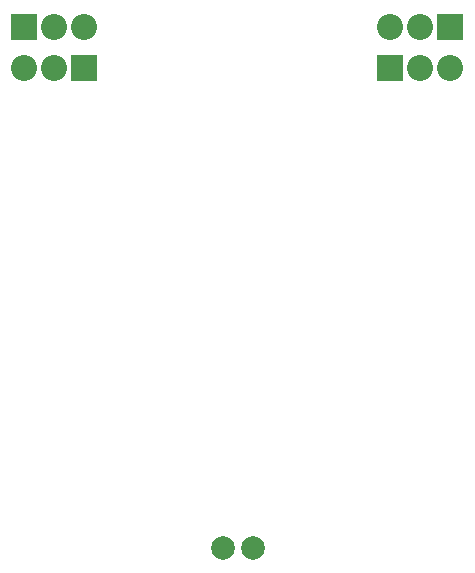
<source format=gbs>
G04 Layer_Color=16711935*
%FSLAX44Y44*%
%MOMM*%
G71*
G01*
G75*
%ADD15C,2.2032*%
%ADD16R,2.2032X2.2032*%
%ADD17C,2.0032*%
D15*
X129600Y530000D02*
D03*
X155000D02*
D03*
X-129600D02*
D03*
X-155000D02*
D03*
X180400Y495000D02*
D03*
X155000D02*
D03*
X-180400D02*
D03*
X-155000D02*
D03*
D16*
X180400Y530000D02*
D03*
X-180400D02*
D03*
X129600Y495000D02*
D03*
X-129600D02*
D03*
D17*
X-12400Y89000D02*
D03*
X13000D02*
D03*
M02*

</source>
